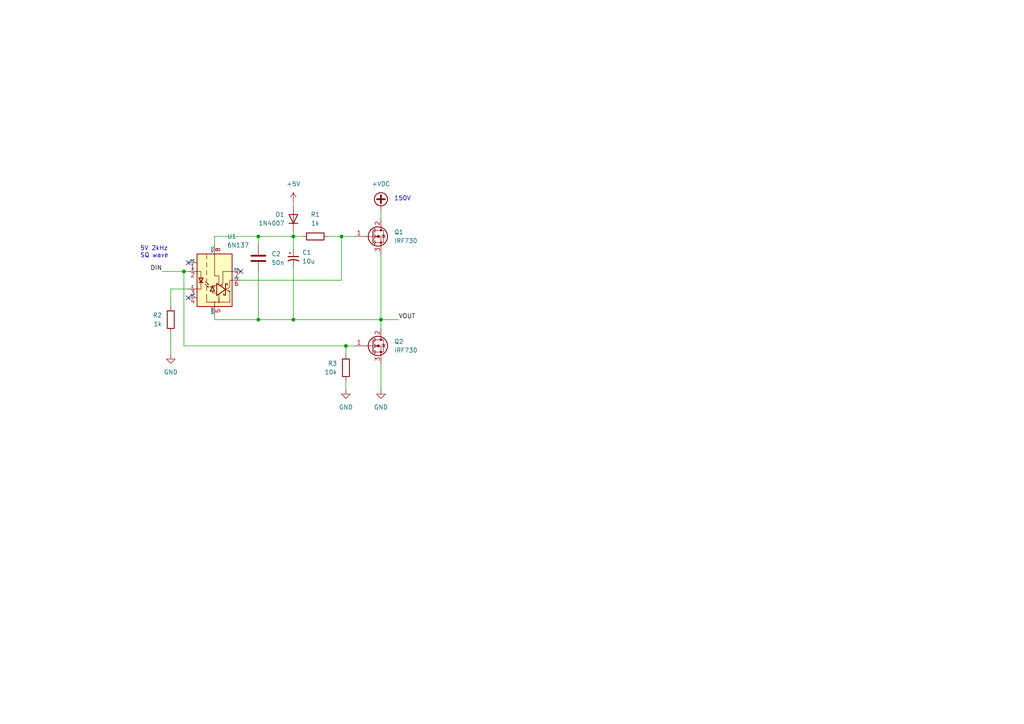
<source format=kicad_sch>
(kicad_sch (version 20230121) (generator eeschema)
  (paper "A4")
  (lib_symbols
    (symbol "Device:C" (pin_numbers hide) (pin_names (offset 0.254))
      (property "Reference" "C" (at 0.635 2.54 0))
      (property "Value" "C" (at 0.635 -2.54 0))
      (symbol "C_0_1"
        (polyline (pts (xy -2.032 -0.762) (xy 2.032 -0.762)) (stroke (width 0.508)))
        (polyline (pts (xy -2.032 0.762) (xy 2.032 0.762)) (stroke (width 0.508)))
      )
      (symbol "C_1_1"
        (pin passive line (at 0 3.81 270) (length 2.794) (name "~") (number "1"))
        (pin passive line (at 0 -3.81 90) (length 2.794) (name "~") (number "2"))
      )
    )
    (symbol "Device:C_Polarized_Small_US" (pin_numbers hide) (pin_names (offset 0.254) hide)
      (property "Reference" "C" (at 0.254 1.778 0))
      (property "Value" "C_Polarized_Small_US" (at 0.254 -2.032 0))
      (symbol "C_Polarized_Small_US_0_1"
        (polyline (pts (xy -1.524 0.508) (xy 1.524 0.508)) (stroke (width 0.3048)))
        (polyline (pts (xy -1.27 1.524) (xy -0.762 1.524)))
        (polyline (pts (xy -1.016 1.27) (xy -1.016 1.778)))
        (arc (start 1.524 -0.762) (mid 0 -0.3734) (end -1.524 -0.762) (stroke (width 0.3048)))
      )
      (symbol "C_Polarized_Small_US_1_1"
        (pin passive line (at 0 2.54 270) (length 2.032) (name "~") (number "1"))
        (pin passive line (at 0 -2.54 90) (length 2.032) (name "~") (number "2"))
      )
    )
    (symbol "Device:R" (pin_numbers hide) (pin_names (offset 0))
      (property "Reference" "R" (at 2.032 0 90))
      (property "Value" "R" (at 0 0 90))
      (symbol "R_0_1"
        (rectangle (start -1.016 -2.54) (end 1.016 2.54) (stroke (width 0.254)))
      )
      (symbol "R_1_1"
        (pin passive line (at 0 3.81 270) (length 1.27) (name "~") (number "1"))
        (pin passive line (at 0 -3.81 90) (length 1.27) (name "~") (number "2"))
      )
    )
    (symbol "Diode:1N4007" (pin_numbers hide) (pin_names hide)
      (property "Reference" "D" (at 0 2.54 0))
      (property "Value" "1N4007" (at 0 -2.54 0))
      (symbol "1N4007_0_1"
        (polyline (pts (xy -1.27 1.27) (xy -1.27 -1.27)) (stroke (width 0.254)))
        (polyline (pts (xy 1.27 0) (xy -1.27 0)))
        (polyline (pts (xy 1.27 1.27) (xy 1.27 -1.27) (xy -1.27 0) (xy 1.27 1.27)) (stroke (width 0.254)))
      )
      (symbol "1N4007_1_1"
        (pin passive line (at -3.81 0 0) (length 2.54) (name "K") (number "1"))
        (pin passive line (at 3.81 0 180) (length 2.54) (name "A") (number "2"))
      )
    )
    (symbol "Isolator:6N137" (pin_names (offset 0))
      (property "Reference" "U" (at -4.064 8.89 0))
      (property "Value" "6N137" (at 0 -8.89 0))
      (symbol "6N137_0_1"
        (polyline (pts (xy 0 -6.35) (xy -2.286 -6.35) (xy -2.286 -4.064)))
        (polyline (pts (xy -5.08 -2.54) (xy -3.937 -2.54) (xy -3.937 2.54) (xy -5.08 2.54)))
        (polyline (pts (xy 1.27 -5.08) (xy 1.27 -6.35) (xy 0 -6.35) (xy 0 -7.62)))
        (polyline (pts (xy 3.175 -2.667) (xy 0.635 -4.445) (xy 0.635 -0.889) (xy 3.175 -2.667)) (stroke (width 0.254)))
        (polyline (pts (xy -2.794 -1.016) (xy -1.717 -2.093) (xy -2.076 -1.914) (xy -1.896 -1.734) (xy -1.717 -2.093)))
        (polyline (pts (xy -2.794 -0.254) (xy -1.717 -1.331) (xy -2.076 -1.152) (xy -1.896 -0.972) (xy -1.717 -1.331)))
      )
      (symbol "6N137_1_1"
        (rectangle (start -5.08 7.62) (end 5.08 -7.62) (stroke (width 0.254)) (fill (type background)))
        (circle (center 0 -6.35) (radius 0.127) (fill (type outline)))
        (polyline (pts (xy -4.572 -0.635) (xy -3.302 -0.635)) (stroke (width 0.254)))
        (polyline (pts (xy -2.286 -1.778) (xy -2.286 -3.048)))
        (polyline (pts (xy -2.286 0.508) (xy -2.286 -0.762)))
        (polyline (pts (xy -2.286 2.794) (xy -2.286 1.524)))
        (polyline (pts (xy -2.286 5.08) (xy -2.286 3.81)))
        (polyline (pts (xy -2.286 7.366) (xy -2.286 6.096)))
        (polyline (pts (xy -1.27 -1.905) (xy 0 -1.905)) (stroke (width 0.254)))
        (polyline (pts (xy -0.635 -3.302) (xy -0.635 -3.683) (xy 0.635 -3.683)))
        (polyline (pts (xy -0.635 -1.905) (xy -0.635 -1.524) (xy 0.508 -1.524)))
        (polyline (pts (xy 1.27 -4.064) (xy 1.27 -6.35) (xy 4.445 -6.35)))
        (polyline (pts (xy 3.175 -2.667) (xy 4.445 -3.302) (xy 4.445 -6.35)))
        (polyline (pts (xy -3.937 -0.635) (xy -4.572 0.635) (xy -3.302 0.635) (xy -3.937 -0.635)) (stroke (width 0.254)))
        (polyline (pts (xy -0.635 -1.905) (xy -1.27 -3.175) (xy 0 -3.175) (xy -0.635 -1.905)) (stroke (width 0.254)))
        (polyline (pts (xy 1.27 -1.27) (xy 1.27 1.27) (xy 0 1.27) (xy 0 7.62)))
        (polyline (pts (xy 2.1844 -1.1684) (xy 2.413 -0.889) (xy 2.413 2.54) (xy 5.08 2.54)))
        (polyline (pts (xy 3.175 -2.667) (xy 3.175 -4.318) (xy 2.667 -4.318) (xy 2.667 -3.937)) (stroke (width 0.254)))
        (polyline (pts (xy 3.175 -2.667) (xy 3.175 -1.016) (xy 3.683 -1.016) (xy 3.683 -1.397)) (stroke (width 0.254)))
        (polyline (pts (xy 3.175 -2.667) (xy 4.445 -2.032) (xy 4.445 0) (xy 5.08 0)))
        (polyline (pts (xy 4.445 -3.302) (xy 4.161 -3.018) (xy 4.047 -3.246) (xy 4.445 -3.302)) (stroke (width 0.127)) (fill (type outline)))
        (circle (center 1.27 -6.35) (radius 0.127) (fill (type outline)))
        (circle (center 2.032 -1.397) (radius 0.254))
        (pin passive line (at -7.62 5.08 0) (length 2.54) (name "NC") (number "1"))
        (pin passive line (at -7.62 2.54 0) (length 2.54) (name "A") (number "2"))
        (pin passive line (at -7.62 -2.54 0) (length 2.54) (name "C") (number "3"))
        (pin passive line (at -7.62 -5.08 0) (length 2.54) (name "NC") (number "4"))
        (pin power_in line (at 0 -10.16 90) (length 2.54) (name "GND") (number "5"))
        (pin open_collector line (at 7.62 0 180) (length 2.54) (name "VO") (number "6"))
        (pin input line (at 7.62 2.54 180) (length 2.54) (name "EN") (number "7"))
        (pin power_in line (at 0 10.16 270) (length 2.54) (name "VCC") (number "8"))
      )
    )
    (symbol "Transistor_FET:IRF740" (pin_names hide)
      (property "Reference" "Q" (at 5.08 1.905 0))
      (property "Value" "IRF740" (at 5.08 0 0))
      (symbol "IRF740_0_1"
        (polyline (pts (xy 0.254 0) (xy -2.54 0)))
        (polyline (pts (xy 0.254 1.905) (xy 0.254 -1.905)) (stroke (width 0.254)))
        (polyline (pts (xy 0.762 -1.27) (xy 0.762 -2.286)) (stroke (width 0.254)))
        (polyline (pts (xy 0.762 0.508) (xy 0.762 -0.508)) (stroke (width 0.254)))
        (polyline (pts (xy 0.762 2.286) (xy 0.762 1.27)) (stroke (width 0.254)))
        (polyline (pts (xy 2.54 2.54) (xy 2.54 1.778)))
        (polyline (pts (xy 2.54 -2.54) (xy 2.54 0) (xy 0.762 0)))
        (polyline (pts (xy 0.762 -1.778) (xy 3.302 -1.778) (xy 3.302 1.778) (xy 0.762 1.778)))
        (polyline (pts (xy 1.016 0) (xy 2.032 0.381) (xy 2.032 -0.381) (xy 1.016 0)) (fill (type outline)))
        (polyline (pts (xy 2.794 0.508) (xy 2.921 0.381) (xy 3.683 0.381) (xy 3.81 0.254)))
        (polyline (pts (xy 3.302 0.381) (xy 2.921 -0.254) (xy 3.683 -0.254) (xy 3.302 0.381)))
        (circle (center 1.651 0) (radius 2.794) (stroke (width 0.254)))
        (circle (center 2.54 -1.778) (radius 0.254) (fill (type outline)))
        (circle (center 2.54 1.778) (radius 0.254) (fill (type outline)))
      )
      (symbol "IRF740_1_1"
        (pin input line (at -5.08 0 0) (length 2.54) (name "G") (number "1"))
        (pin passive line (at 2.54 5.08 270) (length 2.54) (name "D") (number "2"))
        (pin passive line (at 2.54 -5.08 90) (length 2.54) (name "S") (number "3"))
      )
    )
    (symbol "power:+5V" (power) (pin_names (offset 0))
      (property "Value" "+5V" (at 0 3.556 0))
      (symbol "+5V_0_1"
        (polyline (pts (xy -0.762 1.27) (xy 0 2.54)))
        (polyline (pts (xy 0 0) (xy 0 2.54)))
        (polyline (pts (xy 0 2.54) (xy 0.762 1.27)))
      )
      (symbol "+5V_1_1"
        (pin power_in line (at 0 0 90) (length 0) hide (name "+5V") (number "1"))
      )
    )
    (symbol "power:+VDC" (power) (pin_names (offset 0))
      (property "Value" "+VDC" (at 0 6.35 0))
      (symbol "+VDC_0_1"
        (polyline (pts (xy -1.143 3.175) (xy 1.143 3.175)) (stroke (width 0.508)))
        (polyline (pts (xy 0 0) (xy 0 1.27)))
        (polyline (pts (xy 0 2.032) (xy 0 4.318)) (stroke (width 0.508)))
        (circle (center 0 3.175) (radius 1.905) (stroke (width 0.254)))
      )
      (symbol "+VDC_1_1"
        (pin power_in line (at 0 0 90) (length 0) hide (name "+VDC") (number "1"))
      )
    )
    (symbol "power:GND" (power) (pin_names (offset 0))
      (property "Value" "GND" (at 0 -3.81 0))
      (symbol "GND_0_1"
        (polyline (pts (xy 0 0) (xy 0 -1.27) (xy 1.27 -1.27) (xy 0 -2.54) (xy -1.27 -1.27) (xy 0 -1.27)))
      )
      (symbol "GND_1_1"
        (pin power_in line (at 0 0 270) (length 0) hide (name "GND") (number "1"))
      )
    )
  )
  (junction (at 74.93 68.58))
  (junction (at 85.09 92.71))
  (junction (at 74.93 92.71))
  (junction (at 85.09 68.58))
  (junction (at 110.49 92.71))
  (junction (at 53.34 78.74))
  (junction (at 99.06 68.58))
  (junction (at 100.33 100.33))
  (no_connect (at 69.85 78.74))
  (no_connect (at 54.61 76.2))
  (no_connect (at 54.61 86.36))
  (wire (pts (xy 62.23 71.12) (xy 62.23 68.58)))
  (wire (pts (xy 110.49 92.71) (xy 110.49 95.25)))
  (wire (pts (xy 74.93 92.71) (xy 85.09 92.71)))
  (wire (pts (xy 46.99 78.74) (xy 53.34 78.74)))
  (wire (pts (xy 100.33 100.33) (xy 100.33 102.87)))
  (wire (pts (xy 110.49 113.03) (xy 110.49 105.41)))
  (wire (pts (xy 49.53 88.9) (xy 49.53 83.82)))
  (wire (pts (xy 99.06 81.28) (xy 99.06 68.58)))
  (wire (pts (xy 85.09 67.31) (xy 85.09 68.58)))
  (wire (pts (xy 53.34 78.74) (xy 54.61 78.74)))
  (wire (pts (xy 53.34 78.74) (xy 53.34 100.33)))
  (wire (pts (xy 62.23 92.71) (xy 74.93 92.71)))
  (wire (pts (xy 85.09 77.47) (xy 85.09 92.71)))
  (wire (pts (xy 62.23 91.44) (xy 62.23 92.71)))
  (wire (pts (xy 69.85 81.28) (xy 99.06 81.28)))
  (wire (pts (xy 99.06 68.58) (xy 102.87 68.58)))
  (wire (pts (xy 100.33 100.33) (xy 102.87 100.33)))
  (wire (pts (xy 110.49 73.66) (xy 110.49 92.71)))
  (wire (pts (xy 49.53 102.87) (xy 49.53 96.52)))
  (wire (pts (xy 74.93 68.58) (xy 85.09 68.58)))
  (wire (pts (xy 53.34 100.33) (xy 100.33 100.33)))
  (wire (pts (xy 74.93 68.58) (xy 74.93 71.12)))
  (wire (pts (xy 62.23 68.58) (xy 74.93 68.58)))
  (wire (pts (xy 100.33 113.03) (xy 100.33 110.49)))
  (wire (pts (xy 85.09 68.58) (xy 87.63 68.58)))
  (wire (pts (xy 49.53 83.82) (xy 54.61 83.82)))
  (wire (pts (xy 95.25 68.58) (xy 99.06 68.58)))
  (wire (pts (xy 85.09 68.58) (xy 85.09 72.39)))
  (wire (pts (xy 110.49 60.96) (xy 110.49 63.5)))
  (wire (pts (xy 85.09 92.71) (xy 110.49 92.71)))
  (wire (pts (xy 110.49 92.71) (xy 115.57 92.71)))
  (wire (pts (xy 74.93 78.74) (xy 74.93 92.71)))
  (wire (pts (xy 85.09 58.42) (xy 85.09 59.69)))
  (text "150V" (at 114.3 58.42 0) (effects (font (size 1.27 1.27)) (justify left bottom)))
  (text "5V 2kHz\nSQ wave" (at 40.64 74.93 0) (effects (font (size 1.27 1.27)) (justify left bottom)))
  (label "DIN" (at 46.99 78.74 180))
  (label "VOUT" (at 115.57 92.71 0))
  (symbol (lib_id "Transistor_FET:IRF740") (at 107.95 68.58 0) (unit 1)
    (property "Reference" "Q1" (at 114.3 67.31 0) (effects (justify left)))
    (property "Value" "IRF730" (at 114.3 69.85 0) (effects (justify left)))
    (property "Footprint" "Package_TO_SOT_THT:TO-220-3_Vertical" (effects hide))
    (property "Datasheet" "http://www.vishay.com/docs/91054/91054.pdf" (effects hide))
  )
  (symbol (lib_id "power:+5V") (at 85.09 58.42 0) (unit 1)
    (property "Reference" "#PWR03" (effects hide))
    (property "Value" "+5V" (at 85.09 53.34 0))
  )
  (symbol (lib_id "power:GND") (at 110.49 113.03 0) (unit 1)
    (property "Reference" "#PWR01" (effects hide))
    (property "Value" "GND" (at 110.49 118.11 0))
  )
  (symbol (lib_id "Diode:1N4007") (at 85.09 63.5 270) (mirror x) (unit 1)
    (property "Reference" "D1" (at 82.55 62.23 90) (effects (justify right)))
    (property "Value" "1N4007" (at 82.55 64.77 90) (effects (justify right)))
    (property "Footprint" "Diode_THT:D_DO-41_SOD81_P10.16mm_Horizontal" (effects hide))
    (property "Datasheet" "http://www.vishay.com/docs/88503/1n4001.pdf" (effects hide))
    (property "Sim.Device" "D" (effects hide))
    (property "Sim.Pins" "1=K 2=A" (effects hide))
  )
  (symbol (lib_id "Device:R") (at 91.44 68.58 90) (unit 1)
    (property "Reference" "R1" (at 91.44 62.23 90))
    (property "Value" "1k" (at 91.44 64.77 90))
  )
  (symbol (lib_id "Isolator:6N137") (at 62.23 81.28 0) (unit 1)
    (property "Reference" "U1" (at 65.8561 68.58 0) (effects (justify left)))
    (property "Value" "6N137" (at 65.8561 71.12 0) (effects (justify left)))
    (property "Footprint" "Package_DIP:DIP-8_W7.62mm" (effects hide))
    (property "Datasheet" "https://docs.broadcom.com/docs/AV02-0940EN" (effects hide))
  )
  (symbol (lib_id "Device:C_Polarized_Small_US") (at 85.09 74.93 0) (unit 1)
    (property "Reference" "C1" (at 87.63 73.2282 0) (effects (justify left)))
    (property "Value" "10u" (at 87.63 75.7682 0) (effects (justify left)))
  )
  (symbol (lib_id "Transistor_FET:IRF740") (at 107.95 100.33 0) (unit 1)
    (property "Reference" "Q2" (at 114.3 99.06 0) (effects (justify left)))
    (property "Value" "IRF730" (at 114.3 101.6 0) (effects (justify left)))
    (property "Footprint" "Package_TO_SOT_THT:TO-220-3_Vertical" (effects hide))
    (property "Datasheet" "http://www.vishay.com/docs/91054/91054.pdf" (effects hide))
  )
  (symbol (lib_id "power:GND") (at 100.33 113.03 0) (unit 1)
    (property "Reference" "#PWR05" (effects hide))
    (property "Value" "GND" (at 100.33 118.11 0))
  )
  (symbol (lib_id "Device:C") (at 74.93 74.93 0) (unit 1)
    (property "Reference" "C2" (at 78.74 73.66 0) (effects (justify left)))
    (property "Value" "50n" (at 78.74 76.2 0) (effects (justify left)))
  )
  (symbol (lib_id "Device:R") (at 49.53 92.71 0) (mirror x) (unit 1)
    (property "Reference" "R2" (at 46.99 91.44 0) (effects (justify right)))
    (property "Value" "1k" (at 46.99 93.98 0) (effects (justify right)))
  )
  (symbol (lib_id "Device:R") (at 100.33 106.68 0) (mirror x) (unit 1)
    (property "Reference" "R3" (at 97.79 105.41 0) (effects (justify right)))
    (property "Value" "10k" (at 97.79 107.95 0) (effects (justify right)))
  )
  (symbol (lib_id "power:GND") (at 49.53 102.87 0) (unit 1)
    (property "Reference" "#PWR04" (effects hide))
    (property "Value" "GND" (at 49.53 107.95 0))
  )
  (symbol (lib_id "power:+VDC") (at 110.49 60.96 0) (unit 1)
    (property "Reference" "#PWR02" (effects hide))
    (property "Value" "+VDC" (at 110.49 53.34 0))
  )
)
</source>
